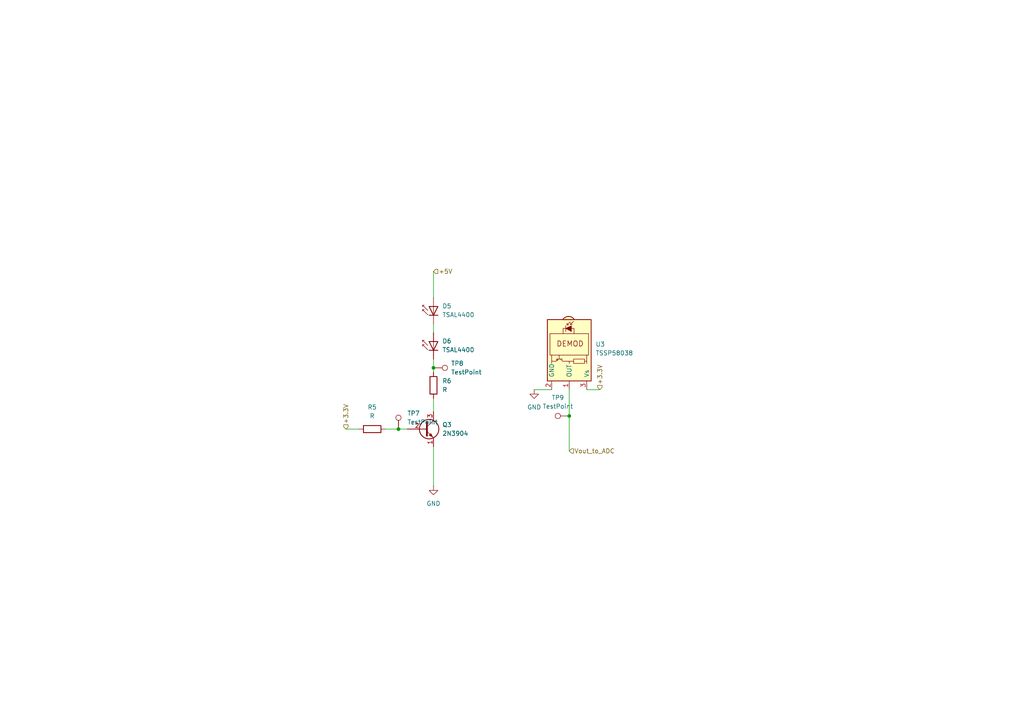
<source format=kicad_sch>
(kicad_sch (version 20231120) (generator "eeschema") (generator_version "8.0")
  (paper "A4")
  (lib_symbols
    (symbol "Connector:TestPoint" (pin_numbers hide) (pin_names (offset 0.762) hide)
      (property "Reference" "TP" (at 0 6.858 0))
      (property "Value" "TestPoint" (at 0 5.08 0))
      (symbol "TestPoint_0_1"
        (circle (center 0 3.302) (radius 0.762))
      )
      (symbol "TestPoint_1_1"
        (pin passive line (at 0 0 90) (length 2.54) (name "1") (number "1"))
      )
    )
    (symbol "Device:R" (pin_numbers hide) (pin_names (offset 0))
      (property "Reference" "R" (at 2.032 0 90))
      (property "Value" "R" (at 0 0 90))
      (symbol "R_0_1"
        (rectangle (start -1.016 -2.54) (end 1.016 2.54) (stroke (width 0.254)))
      )
      (symbol "R_1_1"
        (pin passive line (at 0 3.81 270) (length 1.27) (name "~") (number "1"))
        (pin passive line (at 0 -3.81 90) (length 1.27) (name "~") (number "2"))
      )
    )
    (symbol "LED:TSAL4400" (pin_numbers hide) (pin_names (offset 1.016) hide)
      (property "Reference" "D" (at 0.508 1.778 0))
      (property "Value" "TSAL4400" (at -1.016 -2.794 0))
      (symbol "TSAL4400_0_1"
        (polyline (pts (xy -2.54 1.27) (xy -2.54 -1.27)) (stroke (width 0.254)))
        (polyline (pts (xy 0 0) (xy -2.54 0)))
        (polyline (pts (xy 0.381 3.175) (xy -0.127 3.175)))
        (polyline (pts (xy -1.143 1.651) (xy 0.381 3.175) (xy 0.381 2.667)))
        (polyline (pts (xy 0 1.27) (xy -2.54 0) (xy 0 -1.27) (xy 0 1.27)) (stroke (width 0.254)))
        (polyline (pts (xy -2.413 1.651) (xy -0.889 3.175) (xy -0.889 2.667) (xy -0.889 3.175) (xy -1.397 3.175)))
      )
      (symbol "TSAL4400_1_1"
        (pin passive line (at -5.08 0 0) (length 2.54) (name "K") (number "1"))
        (pin passive line (at 2.54 0 180) (length 2.54) (name "A") (number "2"))
      )
    )
    (symbol "Sensor_Proximity:TSSP58038" (pin_names (offset 1.016))
      (property "Reference" "U" (at -10.16 7.62 0))
      (property "Value" "TSSP58038" (at -10.16 -7.62 0))
      (symbol "TSSP58038_0_0"
        (arc (start -10.287 1.397) (mid -11.0899 -0.1852) (end -10.287 -1.778) (stroke (width 0.254)) (fill (type background)))
        (polyline (pts (xy 1.905 -5.08) (xy 0.127 -5.08)))
        (polyline (pts (xy 1.905 5.08) (xy 0.127 5.08)))
        (text "DEMOD" (at -3.175 0.254 900) (effects (font (size 1.524 1.524))))
      )
      (symbol "TSSP58038_0_1"
        (rectangle (start -6.096 5.588) (end 0.127 -5.588))
        (polyline (pts (xy -8.763 0.381) (xy -9.652 1.27)))
        (polyline (pts (xy -8.763 0.381) (xy -9.271 0.381)))
        (polyline (pts (xy -8.763 0.381) (xy -8.763 0.889)))
        (polyline (pts (xy -8.636 -0.635) (xy -9.525 0.254)))
        (polyline (pts (xy -8.636 -0.635) (xy -9.144 -0.635)))
        (polyline (pts (xy -8.636 -0.635) (xy -8.636 -0.127)))
        (polyline (pts (xy -8.382 -1.016) (xy -6.731 -1.016)))
        (polyline (pts (xy 1.27 -2.921) (xy 0.127 -2.921)))
        (polyline (pts (xy 1.27 -1.905) (xy 1.27 -3.81)))
        (polyline (pts (xy 1.397 -3.556) (xy 1.524 -3.556)))
        (polyline (pts (xy 1.651 -3.556) (xy 1.524 -3.556)))
        (polyline (pts (xy 1.651 -3.556) (xy 1.651 -3.302)))
        (polyline (pts (xy 1.905 0) (xy 1.905 1.27)))
        (polyline (pts (xy 1.905 4.445) (xy 1.905 5.08) (xy 2.54 5.08)))
        (polyline (pts (xy -8.382 0.635) (xy -6.731 0.635) (xy -7.62 -1.016) (xy -8.382 0.635)) (fill (type outline)))
        (polyline (pts (xy -6.096 1.397) (xy -7.62 1.397) (xy -7.62 -1.778) (xy -6.096 -1.778)))
        (polyline (pts (xy 1.27 -3.175) (xy 1.905 -3.81) (xy 1.905 -5.08) (xy 2.54 -5.08)))
        (polyline (pts (xy 1.27 -2.54) (xy 1.905 -1.905) (xy 1.905 0) (xy 2.54 0)))
        (rectangle (start 2.54 1.27) (end 1.27 4.445))
        (rectangle (start 7.62 6.35) (end -10.16 -6.35) (stroke (width 0.254)) (fill (type background)))
      )
      (symbol "TSSP58038_1_1"
        (pin output line (at 10.16 0 180) (length 2.54) (name "OUT") (number "1"))
        (pin power_in line (at 10.16 -5.08 180) (length 2.54) (name "GND") (number "2"))
        (pin power_in line (at 10.16 5.08 180) (length 2.54) (name "Vs") (number "3"))
      )
    )
    (symbol "Transistor_BJT:2N3904" (pin_names (offset 0) hide)
      (property "Reference" "Q" (at 5.08 1.905 0))
      (property "Value" "2N3904" (at 5.08 0 0))
      (symbol "2N3904_0_1"
        (polyline (pts (xy 0.635 0.635) (xy 2.54 2.54)))
        (polyline (pts (xy 0.635 -0.635) (xy 2.54 -2.54) (xy 2.54 -2.54)))
        (polyline (pts (xy 0.635 1.905) (xy 0.635 -1.905) (xy 0.635 -1.905)) (stroke (width 0.508)))
        (polyline (pts (xy 1.27 -1.778) (xy 1.778 -1.27) (xy 2.286 -2.286) (xy 1.27 -1.778) (xy 1.27 -1.778)) (fill (type outline)))
        (circle (center 1.27 0) (radius 2.8194) (stroke (width 0.254)))
      )
      (symbol "2N3904_1_1"
        (pin passive line (at 2.54 -5.08 90) (length 2.54) (name "E") (number "1"))
        (pin passive line (at -5.08 0 0) (length 5.715) (name "B") (number "2"))
        (pin passive line (at 2.54 5.08 270) (length 2.54) (name "C") (number "3"))
      )
    )
    (symbol "power:GND" (power) (pin_numbers hide) (pin_names (offset 0) hide)
      (property "Value" "GND" (at 0 -3.81 0))
      (symbol "GND_0_1"
        (polyline (pts (xy 0 0) (xy 0 -1.27) (xy 1.27 -1.27) (xy 0 -2.54) (xy -1.27 -1.27) (xy 0 -1.27)))
      )
      (symbol "GND_1_1"
        (pin power_in line (at 0 0 270) (length 0) (name "~") (number "1"))
      )
    )
  )
  (junction (at 165.1 120.65))
  (junction (at 115.57 124.46))
  (junction (at 125.73 106.68))
  (wire (pts (xy 100.33 124.46) (xy 104.14 124.46)))
  (wire (pts (xy 111.76 124.46) (xy 115.57 124.46)))
  (wire (pts (xy 170.18 113.03) (xy 173.99 113.03)))
  (wire (pts (xy 125.73 106.68) (xy 125.73 107.95)))
  (wire (pts (xy 125.73 115.57) (xy 125.73 119.38)))
  (wire (pts (xy 125.73 78.74) (xy 125.73 86.36)))
  (wire (pts (xy 125.73 104.14) (xy 125.73 106.68)))
  (wire (pts (xy 125.73 93.98) (xy 125.73 96.52)))
  (wire (pts (xy 125.73 129.54) (xy 125.73 140.97)))
  (wire (pts (xy 154.94 113.03) (xy 160.02 113.03)))
  (wire (pts (xy 115.57 124.46) (xy 118.11 124.46)))
  (wire (pts (xy 165.1 120.65) (xy 165.1 130.81)))
  (wire (pts (xy 165.1 113.03) (xy 165.1 120.65)))
  (hierarchical_label "+3.3V" (shape input) (at 173.99 113.03 90))
  (hierarchical_label "+5V" (shape input) (at 125.73 78.74 0))
  (hierarchical_label "Vout_to_ADC" (shape input) (at 165.1 130.81 0))
  (hierarchical_label "+3.3V" (shape input) (at 100.33 124.46 90))
  (symbol (lib_id "LED:TSAL4400") (at 125.73 99.06 90) (unit 1)
    (property "Reference" "D6" (at 128.27 98.9329 90) (effects (justify right)))
    (property "Value" "TSAL4400" (at 128.27 101.4729 90) (effects (justify right)))
    (property "Footprint" "LED_THT:LED_D3.0mm_IRBlack" (effects (hide yes)))
    (property "Datasheet" "http://www.vishay.com/docs/81006/tsal4400.pdf" (effects (hide yes)))
    (property "Description" "Infrared LED , 3mm LED package" (effects (hide yes)))
  )
  (symbol (lib_id "power:GND") (at 125.73 140.97 0) (unit 1)
    (property "Reference" "#PWR05" (effects (hide yes)))
    (property "Value" "GND" (at 125.73 146.05 0))
    (property "Description" "Power symbol creates a global label with name \"GND\" , ground" (effects (hide yes)))
  )
  (symbol (lib_id "Transistor_BJT:2N3904") (at 123.19 124.46 0) (unit 1)
    (property "Reference" "Q3" (at 128.27 123.1899 0) (effects (justify left)))
    (property "Value" "2N3904" (at 128.27 125.7299 0) (effects (justify left)))
    (property "Footprint" "Package_TO_SOT_THT:TO-92_Inline" (effects (hide yes)))
    (property "Datasheet" "https://www.onsemi.com/pub/Collateral/2N3903-D.PDF" (effects (hide yes)))
    (property "Description" "0.2A Ic, 40V Vce, Small Signal NPN Transistor, TO-92" (effects (hide yes)))
  )
  (symbol (lib_id "Connector:TestPoint") (at 125.73 106.68 270) (unit 1)
    (property "Reference" "TP8" (at 130.81 105.4099 90) (effects (justify left)))
    (property "Value" "TestPoint" (at 130.81 107.9499 90) (effects (justify left)))
    (property "Description" "test point" (effects (hide yes)))
  )
  (symbol (lib_id "Device:R") (at 107.95 124.46 270) (unit 1)
    (property "Reference" "R5" (at 107.95 118.11 90))
    (property "Value" "R" (at 107.95 120.65 90))
    (property "Description" "Resistor" (effects (hide yes)))
  )
  (symbol (lib_id "LED:TSAL4400") (at 125.73 88.9 90) (unit 1)
    (property "Reference" "D5" (at 128.27 88.7729 90) (effects (justify right)))
    (property "Value" "TSAL4400" (at 128.27 91.3129 90) (effects (justify right)))
    (property "Footprint" "LED_THT:LED_D3.0mm_IRBlack" (effects (hide yes)))
    (property "Datasheet" "http://www.vishay.com/docs/81006/tsal4400.pdf" (effects (hide yes)))
    (property "Description" "Infrared LED , 3mm LED package" (effects (hide yes)))
  )
  (symbol (lib_id "Connector:TestPoint") (at 165.1 120.65 90) (unit 1)
    (property "Reference" "TP9" (at 161.798 115.3331 90))
    (property "Value" "TestPoint" (at 161.798 117.8731 90))
    (property "Description" "test point" (effects (hide yes)))
  )
  (symbol (lib_id "Sensor_Proximity:TSSP58038") (at 165.1 102.87 270) (unit 1)
    (property "Reference" "U3" (at 172.72 99.8649 90) (effects (justify left)))
    (property "Value" "TSSP58038" (at 172.72 102.4049 90) (effects (justify left)))
    (property "Footprint" "OptoDevice:Vishay_MINICAST-3Pin" (effects (hide yes)))
    (property "Datasheet" "http://www.vishay.com/docs/82476/tssp58p38.pdf" (effects (hide yes)))
    (property "Description" "IR Detector for Mid Range Proximity Sensor" (effects (hide yes)))
  )
  (symbol (lib_id "Device:R") (at 125.73 111.76 180) (unit 1)
    (property "Reference" "R6" (at 128.27 110.4899 0) (effects (justify right)))
    (property "Value" "R" (at 128.27 113.0299 0) (effects (justify right)))
    (property "Description" "Resistor" (effects (hide yes)))
  )
  (symbol (lib_id "power:GND") (at 154.94 113.03 0) (unit 1)
    (property "Reference" "#PWR06" (effects (hide yes)))
    (property "Value" "GND" (at 154.94 118.11 0))
    (property "Description" "Power symbol creates a global label with name \"GND\" , ground" (effects (hide yes)))
  )
  (symbol (lib_id "Connector:TestPoint") (at 115.57 124.46 0) (unit 1)
    (property "Reference" "TP7" (at 118.11 119.8879 0) (effects (justify left)))
    (property "Value" "TestPoint" (at 118.11 122.4279 0) (effects (justify left)))
    (property "Description" "test point" (effects (hide yes)))
  )
)
</source>
